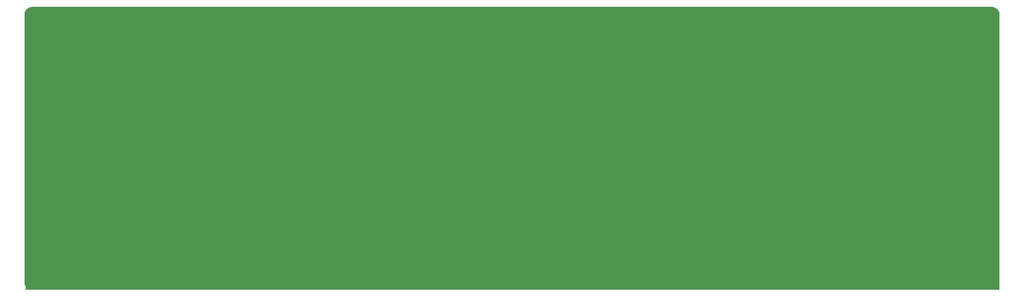
<source format=gbr>
G04 EAGLE Gerber RS-274X export*
G75*
%MOMM*%
%FSLAX34Y34*%
%LPD*%
%INBottom Copper*%
%IPPOS*%
%AMOC8*
5,1,8,0,0,1.08239X$1,22.5*%
G01*
%ADD10R,1.524000X4.064000*%
%ADD11R,4.064000X1.524000*%
%ADD12C,0.756400*%

G36*
X1577246Y530865D02*
X1577246Y530865D01*
X1577352Y530863D01*
X1577749Y530885D01*
X1578147Y530901D01*
X1578252Y530913D01*
X1578358Y530919D01*
X1578753Y530973D01*
X1579148Y531020D01*
X1579252Y531041D01*
X1579357Y531056D01*
X1579745Y531141D01*
X1580136Y531219D01*
X1580238Y531248D01*
X1580341Y531271D01*
X1580721Y531386D01*
X1581105Y531495D01*
X1581204Y531533D01*
X1581306Y531563D01*
X1581676Y531709D01*
X1582049Y531848D01*
X1582145Y531893D01*
X1582244Y531931D01*
X1582602Y532106D01*
X1582962Y532274D01*
X1583054Y532326D01*
X1583150Y532373D01*
X1583493Y532575D01*
X1583839Y532771D01*
X1583926Y532831D01*
X1584018Y532884D01*
X1584344Y533113D01*
X1584673Y533336D01*
X1584756Y533403D01*
X1584843Y533463D01*
X1585148Y533717D01*
X1585460Y533966D01*
X1585538Y534039D01*
X1585619Y534106D01*
X1585904Y534383D01*
X1586194Y534656D01*
X1586266Y534734D01*
X1586342Y534808D01*
X1586605Y535107D01*
X1586872Y535402D01*
X1586937Y535485D01*
X1587007Y535565D01*
X1587245Y535885D01*
X1587488Y536199D01*
X1587546Y536288D01*
X1587610Y536373D01*
X1587822Y536710D01*
X1588039Y537043D01*
X1588090Y537136D01*
X1588147Y537226D01*
X1588331Y537578D01*
X1588522Y537927D01*
X1588565Y538024D01*
X1588614Y538118D01*
X1588771Y538485D01*
X1588933Y538848D01*
X1588968Y538947D01*
X1589010Y539045D01*
X1589137Y539423D01*
X1589269Y539797D01*
X1589296Y539900D01*
X1589330Y540001D01*
X1589427Y540388D01*
X1589529Y540771D01*
X1589548Y540875D01*
X1589574Y540978D01*
X1589640Y541372D01*
X1589711Y541762D01*
X1589722Y541868D01*
X1589740Y541972D01*
X1589774Y542369D01*
X1589814Y542765D01*
X1589817Y542871D01*
X1589826Y542977D01*
X1589839Y543560D01*
X1589839Y977140D01*
X1589835Y977246D01*
X1589837Y977352D01*
X1589815Y977749D01*
X1589799Y978147D01*
X1589787Y978252D01*
X1589781Y978358D01*
X1589727Y978753D01*
X1589680Y979148D01*
X1589659Y979252D01*
X1589644Y979357D01*
X1589559Y979745D01*
X1589481Y980136D01*
X1589452Y980238D01*
X1589429Y980341D01*
X1589314Y980721D01*
X1589205Y981105D01*
X1589167Y981204D01*
X1589137Y981306D01*
X1588991Y981676D01*
X1588852Y982049D01*
X1588807Y982145D01*
X1588769Y982244D01*
X1588594Y982602D01*
X1588426Y982962D01*
X1588374Y983054D01*
X1588327Y983150D01*
X1588125Y983493D01*
X1587929Y983839D01*
X1587869Y983926D01*
X1587816Y984018D01*
X1587587Y984344D01*
X1587364Y984673D01*
X1587297Y984756D01*
X1587237Y984843D01*
X1586983Y985148D01*
X1586734Y985460D01*
X1586661Y985538D01*
X1586594Y985619D01*
X1586317Y985904D01*
X1586044Y986194D01*
X1585966Y986266D01*
X1585892Y986342D01*
X1585593Y986605D01*
X1585298Y986872D01*
X1585215Y986937D01*
X1585135Y987007D01*
X1584815Y987245D01*
X1584501Y987488D01*
X1584412Y987546D01*
X1584327Y987610D01*
X1583990Y987822D01*
X1583657Y988039D01*
X1583564Y988090D01*
X1583474Y988147D01*
X1583122Y988331D01*
X1582773Y988522D01*
X1582676Y988565D01*
X1582582Y988614D01*
X1582215Y988771D01*
X1581852Y988933D01*
X1581753Y988968D01*
X1581655Y989010D01*
X1581277Y989137D01*
X1580903Y989269D01*
X1580800Y989296D01*
X1580699Y989330D01*
X1580312Y989427D01*
X1579929Y989529D01*
X1579825Y989548D01*
X1579722Y989574D01*
X1579328Y989640D01*
X1578938Y989711D01*
X1578832Y989722D01*
X1578728Y989740D01*
X1578331Y989774D01*
X1577935Y989814D01*
X1577829Y989817D01*
X1577723Y989826D01*
X1577140Y989839D01*
X22860Y989839D01*
X22754Y989835D01*
X22648Y989837D01*
X22251Y989815D01*
X21853Y989799D01*
X21748Y989787D01*
X21642Y989781D01*
X21247Y989727D01*
X20852Y989680D01*
X20748Y989659D01*
X20643Y989644D01*
X20255Y989559D01*
X19864Y989481D01*
X19762Y989452D01*
X19659Y989429D01*
X19279Y989314D01*
X18895Y989205D01*
X18796Y989167D01*
X18694Y989137D01*
X18324Y988991D01*
X17951Y988852D01*
X17855Y988807D01*
X17756Y988769D01*
X17398Y988594D01*
X17038Y988426D01*
X16946Y988374D01*
X16850Y988327D01*
X16507Y988125D01*
X16161Y987929D01*
X16074Y987869D01*
X15982Y987816D01*
X15656Y987587D01*
X15327Y987364D01*
X15244Y987297D01*
X15157Y987237D01*
X14852Y986983D01*
X14540Y986734D01*
X14462Y986661D01*
X14381Y986594D01*
X14096Y986317D01*
X13806Y986044D01*
X13734Y985966D01*
X13658Y985892D01*
X13395Y985593D01*
X13128Y985298D01*
X13063Y985215D01*
X12993Y985135D01*
X12755Y984815D01*
X12512Y984501D01*
X12454Y984412D01*
X12390Y984327D01*
X12178Y983990D01*
X11961Y983657D01*
X11910Y983564D01*
X11853Y983474D01*
X11669Y983122D01*
X11478Y982773D01*
X11435Y982676D01*
X11386Y982582D01*
X11229Y982215D01*
X11067Y981852D01*
X11032Y981753D01*
X10990Y981655D01*
X10863Y981277D01*
X10731Y980903D01*
X10704Y980800D01*
X10670Y980699D01*
X10573Y980312D01*
X10471Y979929D01*
X10452Y979825D01*
X10426Y979722D01*
X10360Y979328D01*
X10289Y978938D01*
X10278Y978832D01*
X10260Y978728D01*
X10226Y978331D01*
X10186Y977935D01*
X10183Y977829D01*
X10174Y977723D01*
X10161Y977140D01*
X10161Y543560D01*
X10165Y543454D01*
X10163Y543348D01*
X10185Y542951D01*
X10201Y542553D01*
X10213Y542448D01*
X10219Y542342D01*
X10273Y541947D01*
X10320Y541552D01*
X10341Y541448D01*
X10356Y541343D01*
X10441Y540955D01*
X10519Y540564D01*
X10548Y540462D01*
X10571Y540359D01*
X10686Y539979D01*
X10795Y539595D01*
X10833Y539496D01*
X10863Y539394D01*
X11009Y539024D01*
X11148Y538651D01*
X11193Y538555D01*
X11231Y538456D01*
X11406Y538098D01*
X11574Y537738D01*
X11626Y537646D01*
X11673Y537550D01*
X11875Y537207D01*
X12071Y536861D01*
X12131Y536774D01*
X12184Y536682D01*
X12413Y536356D01*
X12636Y536027D01*
X12703Y535944D01*
X12763Y535857D01*
X13017Y535552D01*
X13266Y535240D01*
X13339Y535162D01*
X13406Y535081D01*
X13683Y534796D01*
X13956Y534506D01*
X14034Y534434D01*
X14108Y534358D01*
X14407Y534095D01*
X14702Y533828D01*
X14785Y533763D01*
X14865Y533693D01*
X15185Y533455D01*
X15499Y533212D01*
X15588Y533154D01*
X15673Y533090D01*
X16010Y532878D01*
X16343Y532661D01*
X16436Y532610D01*
X16526Y532553D01*
X16878Y532369D01*
X17227Y532178D01*
X17324Y532135D01*
X17418Y532086D01*
X17785Y531929D01*
X18148Y531767D01*
X18247Y531732D01*
X18345Y531690D01*
X18723Y531563D01*
X19097Y531431D01*
X19200Y531404D01*
X19301Y531370D01*
X19688Y531273D01*
X20071Y531171D01*
X20175Y531152D01*
X20278Y531126D01*
X20672Y531060D01*
X21062Y530989D01*
X21168Y530978D01*
X21272Y530960D01*
X21669Y530926D01*
X22065Y530886D01*
X22171Y530883D01*
X22277Y530874D01*
X22860Y530861D01*
X1577140Y530861D01*
X1577246Y530865D01*
G37*
D10*
X100300Y966680D03*
X49500Y966680D03*
X211300Y966580D03*
X160500Y966580D03*
D11*
X33520Y917300D03*
X33520Y866500D03*
D10*
X321400Y965680D03*
X270600Y965680D03*
D11*
X32420Y810400D03*
X32420Y759600D03*
D10*
X432900Y965480D03*
X382100Y965480D03*
X544000Y965680D03*
X493200Y965680D03*
D11*
X32420Y702000D03*
X32420Y651200D03*
X32520Y589500D03*
X32520Y538700D03*
X1568980Y538660D03*
X1568980Y589460D03*
D10*
X1112340Y968120D03*
X1061540Y968120D03*
X1224340Y968260D03*
X1173540Y968260D03*
D11*
X1568980Y646600D03*
X1568980Y697400D03*
D10*
X1335400Y968120D03*
X1284600Y968120D03*
D11*
X1569260Y865600D03*
X1569260Y916400D03*
D10*
X1446460Y967980D03*
X1395660Y967980D03*
X1556460Y968120D03*
X1505660Y968120D03*
D11*
X1569260Y757540D03*
X1569260Y808340D03*
D12*
X703985Y860640D03*
X714716Y860585D03*
X725673Y860554D03*
X737006Y860679D03*
X746930Y860654D03*
X757022Y859338D03*
X766079Y853506D03*
X771760Y842424D03*
X772029Y830761D03*
X772012Y819593D03*
X770602Y808027D03*
X762900Y797900D03*
X751700Y806458D03*
X693491Y860513D03*
X682630Y860621D03*
X671633Y860650D03*
X660110Y860698D03*
X648527Y860706D03*
X637539Y860717D03*
X626351Y860632D03*
X615215Y860538D03*
X603921Y860534D03*
X593179Y860468D03*
X581403Y860223D03*
X569909Y860717D03*
X520600Y865400D03*
X511900Y876700D03*
X509000Y889600D03*
X508900Y901800D03*
X509100Y915500D03*
X508800Y927000D03*
X508500Y937700D03*
X526400Y937300D03*
X526900Y926600D03*
X528100Y915800D03*
X527600Y902700D03*
X528400Y891100D03*
X534700Y880800D03*
X545500Y876400D03*
X558700Y874400D03*
X572300Y873500D03*
X557604Y860428D03*
X545628Y860377D03*
X533237Y860425D03*
X757304Y815304D03*
X758154Y825198D03*
X758276Y835332D03*
X753603Y844680D03*
X743651Y847479D03*
X733387Y847580D03*
X723384Y847349D03*
X713311Y847326D03*
X703042Y847496D03*
X692678Y847377D03*
X682752Y847301D03*
X672716Y847275D03*
X660974Y847326D03*
X649242Y847377D03*
X637106Y847377D03*
X626196Y847656D03*
X615432Y847651D03*
X604357Y847560D03*
X593212Y847628D03*
X581734Y847428D03*
X740639Y813356D03*
X744644Y821731D03*
X743189Y831492D03*
X733557Y834034D03*
X723453Y833895D03*
X713113Y833968D03*
X703189Y834088D03*
X704390Y766633D03*
X704454Y728985D03*
X704390Y703758D03*
X737583Y726879D03*
X750265Y726455D03*
X763087Y726166D03*
X784563Y825581D03*
X797184Y825370D03*
X829005Y859028D03*
X809589Y824931D03*
X835391Y846541D03*
X822089Y824550D03*
X841845Y834093D03*
X880910Y821494D03*
X890623Y779379D03*
X891291Y766813D03*
X891372Y754344D03*
X891621Y741876D03*
X891515Y729366D03*
X891484Y716852D03*
X891614Y704210D03*
X848164Y737756D03*
X891611Y691355D03*
X835696Y737591D03*
X822858Y736864D03*
X570710Y847349D03*
X559544Y847288D03*
X548378Y847349D03*
X537032Y847044D03*
X526108Y846983D03*
X514761Y846925D03*
X503779Y847166D03*
X492854Y846983D03*
X480901Y847105D03*
X470040Y847105D03*
X459054Y847105D03*
X436857Y847275D03*
X426281Y847296D03*
X415795Y847225D03*
X405237Y847369D03*
X394678Y847225D03*
X383901Y847443D03*
X373035Y847019D03*
X362113Y846846D03*
X350665Y846846D03*
X339306Y847456D03*
X326984Y847982D03*
X316324Y850166D03*
X307937Y857245D03*
X305227Y868520D03*
X304439Y879119D03*
X304589Y900875D03*
X304589Y889846D03*
X714289Y821454D03*
X726156Y819031D03*
X632823Y753999D03*
X622864Y753991D03*
X612828Y753966D03*
X601086Y753999D03*
X590337Y753928D03*
X577855Y753915D03*
X566641Y753943D03*
X555788Y753915D03*
X544652Y753956D03*
X533016Y753979D03*
X521782Y753958D03*
X510738Y753956D03*
X499656Y753979D03*
X488539Y753969D03*
X477451Y753994D03*
X466535Y753991D03*
X455788Y753930D03*
X443868Y753905D03*
X433111Y753935D03*
X421036Y753918D03*
X409811Y753966D03*
X398775Y753991D03*
X376969Y753966D03*
X366392Y753986D03*
X355907Y753915D03*
X345455Y753781D03*
X334790Y753915D03*
X663191Y753963D03*
X653174Y753941D03*
X643232Y753991D03*
X694009Y753953D03*
X683722Y753925D03*
X673161Y753948D03*
X632902Y766618D03*
X622976Y766542D03*
X612940Y766516D03*
X601198Y766567D03*
X590448Y766478D03*
X577997Y766435D03*
X566651Y766615D03*
X555876Y766663D03*
X544764Y766557D03*
X533253Y766608D03*
X522018Y766425D03*
X510934Y766590D03*
X499768Y766529D03*
X488602Y766590D03*
X477538Y766567D03*
X466646Y766542D03*
X455900Y766481D03*
X444002Y766407D03*
X433222Y766486D03*
X421051Y766638D03*
X410312Y766564D03*
X399644Y766542D03*
X377081Y766516D03*
X366504Y766536D03*
X356019Y766465D03*
X345669Y766453D03*
X334902Y766465D03*
X388610Y766567D03*
X388148Y753958D03*
X694327Y766501D03*
X683806Y766445D03*
X673887Y766557D03*
X663745Y766572D03*
X653285Y766440D03*
X643362Y766559D03*
X692729Y834078D03*
X682803Y834070D03*
X672767Y834045D03*
X661025Y834095D03*
X650276Y834006D03*
X637825Y833963D03*
X626405Y833874D03*
X615726Y833877D03*
X604591Y834085D03*
X592897Y833851D03*
X581845Y833953D03*
X570761Y833984D03*
X559595Y834057D03*
X548465Y834060D03*
X537365Y834095D03*
X526473Y834070D03*
X515727Y834009D03*
X503829Y833935D03*
X493050Y834014D03*
X480952Y833874D03*
X470091Y833874D03*
X459105Y833874D03*
X436908Y834045D03*
X426331Y834065D03*
X415846Y833994D03*
X405394Y833859D03*
X394729Y833994D03*
X383952Y834001D03*
X372852Y834083D03*
X362367Y834085D03*
X350784Y834001D03*
X339636Y833910D03*
X662201Y821444D03*
X652275Y821385D03*
X642239Y821360D03*
X630497Y821411D03*
X619747Y821322D03*
X607647Y821454D03*
X595539Y821400D03*
X584944Y821446D03*
X574063Y821400D03*
X562453Y821378D03*
X551404Y821395D03*
X540233Y821433D03*
X529067Y821373D03*
X517901Y821433D03*
X506837Y821411D03*
X495945Y821385D03*
X485198Y821324D03*
X473862Y821398D03*
X462521Y821329D03*
X450629Y821451D03*
X439445Y821393D03*
X428275Y821433D03*
X406380Y821360D03*
X395803Y821380D03*
X385318Y821309D03*
X374762Y821421D03*
X364200Y821309D03*
X353423Y821317D03*
X342323Y821398D03*
X331838Y821400D03*
X320256Y821317D03*
X309108Y821312D03*
X417909Y821411D03*
X448437Y834095D03*
X692983Y821444D03*
X683024Y821431D03*
X672661Y821403D03*
X703552Y821383D03*
X448386Y847326D03*
X632877Y741449D03*
X622917Y741474D03*
X612882Y741449D03*
X601165Y741469D03*
X590403Y741459D03*
X577850Y741451D03*
X566694Y741426D03*
X555841Y741469D03*
X544675Y741462D03*
X533070Y741462D03*
X521835Y741441D03*
X510791Y741439D03*
X499709Y741462D03*
X488592Y741451D03*
X477505Y741462D03*
X466588Y741474D03*
X456019Y741421D03*
X444045Y741472D03*
X433164Y741459D03*
X421132Y741441D03*
X409865Y741449D03*
X398828Y741474D03*
X377022Y741449D03*
X366446Y741469D03*
X663245Y741446D03*
X653250Y741424D03*
X643473Y741424D03*
X694063Y741436D03*
X683776Y741429D03*
X673214Y741431D03*
X388201Y741441D03*
X633164Y703702D03*
X623265Y703715D03*
X613108Y703689D03*
X601426Y703679D03*
X590758Y703671D03*
X578137Y703666D03*
X567022Y703689D03*
X556128Y703666D03*
X544993Y703669D03*
X533357Y703725D03*
X522166Y703704D03*
X511078Y703705D03*
X499996Y703725D03*
X488879Y703666D03*
X477756Y703692D03*
X466804Y703725D03*
X456331Y703674D03*
X663428Y703699D03*
X653572Y703710D03*
X643590Y703671D03*
X694383Y703687D03*
X684098Y703677D03*
X673677Y703715D03*
X499948Y690778D03*
X488831Y690720D03*
X632884Y716483D03*
X622986Y716496D03*
X612828Y716471D03*
X601147Y716460D03*
X590479Y716453D03*
X577858Y716448D03*
X566743Y716471D03*
X555848Y716448D03*
X544713Y716450D03*
X533077Y716506D03*
X521886Y716486D03*
X510799Y716486D03*
X499717Y716506D03*
X488599Y716448D03*
X477477Y716473D03*
X466524Y716506D03*
X456052Y716455D03*
X444089Y716465D03*
X433276Y716491D03*
X663148Y716481D03*
X653293Y716491D03*
X643311Y716453D03*
X694103Y716468D03*
X683819Y716458D03*
X673397Y716496D03*
X326664Y833895D03*
X315450Y834258D03*
X303726Y838484D03*
X293825Y846277D03*
X288435Y856546D03*
X287269Y867982D03*
X286964Y879533D03*
X286591Y891370D03*
X285961Y903326D03*
X286172Y916859D03*
X286276Y928187D03*
X283444Y938571D03*
X305676Y912556D03*
X305361Y923676D03*
X306200Y935739D03*
X319380Y934865D03*
X332468Y936755D03*
X337627Y945817D03*
X338005Y956767D03*
X337627Y968347D03*
X338005Y978418D03*
X270965Y936996D03*
X259850Y938467D03*
X254818Y949269D03*
X255130Y960072D03*
X254818Y971507D03*
X254818Y981994D03*
X404825Y858586D03*
X399539Y868279D03*
X397276Y879607D03*
X396898Y891565D03*
X396519Y902894D03*
X396143Y914725D03*
X396268Y926810D03*
X395641Y937130D03*
X385196Y937509D03*
X373113Y937887D03*
X365816Y946193D03*
X365940Y957524D03*
X365313Y968726D03*
X364683Y979173D03*
X416530Y934362D03*
X416781Y922909D03*
X417535Y911705D03*
X417662Y900377D03*
X417411Y888670D03*
X420180Y875706D03*
X427098Y865510D03*
X439306Y864250D03*
X454406Y863999D03*
X471521Y864502D03*
X484104Y864377D03*
X497695Y864629D03*
X509148Y863496D03*
X427728Y936503D03*
X438300Y937384D03*
X448617Y939650D03*
X448996Y949594D03*
X448241Y962180D03*
X447736Y976279D03*
X496829Y936831D03*
X484899Y937588D03*
X477952Y946501D03*
X477197Y958286D03*
X476743Y969162D03*
X476593Y979437D03*
X558742Y979284D03*
X559044Y967804D03*
X559648Y956473D03*
X559499Y945896D03*
X551856Y936211D03*
X538216Y936318D03*
X282814Y836300D03*
X271175Y836092D03*
X260060Y835462D03*
X248735Y835673D03*
X238039Y835881D03*
X227343Y836407D03*
X214864Y836407D03*
X204272Y840600D03*
X197457Y850461D03*
X195044Y861370D03*
X195359Y873328D03*
X195463Y885810D03*
X195885Y899025D03*
X195778Y910460D03*
X195674Y921786D03*
X196304Y932172D03*
X206055Y938990D03*
X219687Y938779D03*
X229126Y944339D03*
X228707Y956612D03*
X227769Y968223D03*
X228021Y978291D03*
X145550Y979058D03*
X144920Y967834D03*
X144920Y956927D03*
X144816Y945703D03*
X152156Y937941D03*
X163901Y935634D03*
X176484Y932066D03*
X176484Y920529D03*
X176164Y909251D03*
X175989Y898324D03*
X175900Y886612D03*
X176774Y875076D03*
X176251Y861703D03*
X177038Y851129D03*
X179789Y838921D03*
X185250Y830544D03*
X194498Y824426D03*
X208232Y821411D03*
X220116Y821324D03*
X232438Y821411D03*
X244320Y821411D03*
X256903Y821411D03*
X270187Y821411D03*
X282595Y821411D03*
X295615Y821411D03*
X173660Y824098D03*
X163340Y828375D03*
X153650Y834166D03*
X145344Y841091D03*
X138046Y850278D03*
X132131Y860852D03*
X127351Y870041D03*
X123071Y880110D03*
X118542Y889930D03*
X113566Y899340D03*
X108953Y909411D03*
X104757Y919480D03*
X100249Y929444D03*
X95844Y939201D03*
X106025Y939361D03*
X115636Y944458D03*
X114981Y954730D03*
X115273Y966092D03*
X115519Y977075D03*
X79256Y933112D03*
X69820Y937570D03*
X59332Y937481D03*
X48026Y936262D03*
X37226Y938990D03*
X33660Y948746D03*
X33345Y959338D03*
X33241Y969617D03*
X33033Y980003D03*
X19835Y931365D03*
X30058Y931451D03*
X60381Y924984D03*
X60731Y915980D03*
X60818Y903920D03*
X63790Y891507D03*
X71412Y882663D03*
X79695Y874481D03*
X88715Y866196D03*
X96055Y855706D03*
X103815Y845426D03*
X109985Y836432D03*
X115395Y827369D03*
X122441Y818810D03*
X133515Y814405D03*
X144841Y812894D03*
X156040Y812767D03*
X137790Y824657D03*
X128877Y833468D03*
X122060Y843013D03*
X115453Y852978D03*
X111155Y863257D03*
X104750Y874316D03*
X100401Y883745D03*
X94963Y893534D03*
X90978Y904232D03*
X86810Y914204D03*
X83188Y923846D03*
X734245Y781281D03*
X734093Y768386D03*
X748505Y780623D03*
X748101Y767070D03*
X761098Y781685D03*
X772224Y787047D03*
X781477Y794784D03*
X784428Y808629D03*
X784763Y843839D03*
X784766Y857349D03*
X816651Y858091D03*
X806699Y853902D03*
X799236Y842736D03*
X814103Y838670D03*
X823143Y845467D03*
X829879Y832782D03*
X806214Y798251D03*
X798507Y810451D03*
X811007Y814151D03*
X749808Y714248D03*
X746760Y704088D03*
X738124Y695960D03*
X763016Y714248D03*
X762000Y701548D03*
X756920Y690880D03*
X762000Y737870D03*
X755396Y749554D03*
X735330Y715010D03*
X726948Y705866D03*
X715518Y703580D03*
X718820Y718058D03*
X163830Y791718D03*
X151892Y787400D03*
X140716Y780034D03*
X130556Y770890D03*
X121920Y760222D03*
X115316Y749808D03*
X107950Y740664D03*
X100330Y729234D03*
X90170Y719582D03*
X79756Y710946D03*
X66802Y704342D03*
X57912Y713232D03*
X47498Y716788D03*
X36068Y716534D03*
X24892Y716534D03*
X19304Y635000D03*
X30480Y635000D03*
X42164Y635508D03*
X53594Y636016D03*
X62230Y643382D03*
X63246Y654558D03*
X64008Y667004D03*
X67564Y678180D03*
X79756Y684530D03*
X89408Y693420D03*
X99568Y701294D03*
X110744Y709676D03*
X120650Y718312D03*
X125730Y728218D03*
X131064Y738632D03*
X138176Y749300D03*
X144272Y758952D03*
X153162Y767588D03*
X162814Y775208D03*
X175514Y781050D03*
X156718Y755904D03*
X152146Y744982D03*
X148336Y733298D03*
X144018Y721868D03*
X139192Y709930D03*
X134620Y698500D03*
X129286Y686562D03*
X124206Y674116D03*
X118618Y662686D03*
X111252Y652272D03*
X105664Y641350D03*
X98552Y631444D03*
X90932Y620776D03*
X270764Y774446D03*
X256413Y773303D03*
X246507Y773684D03*
X235204Y774573D03*
X224028Y774827D03*
X212852Y774446D03*
X201676Y774192D03*
X191770Y768858D03*
X182626Y762254D03*
X174752Y753364D03*
X170434Y742188D03*
X166624Y730504D03*
X161544Y718566D03*
X158750Y708406D03*
X153924Y696468D03*
X148844Y682498D03*
X143764Y671322D03*
X138430Y659384D03*
X134366Y649986D03*
X128016Y638556D03*
X121158Y627634D03*
X113538Y617220D03*
X106172Y607568D03*
X98044Y598678D03*
X91948Y589026D03*
X82296Y579120D03*
X72644Y570230D03*
X64262Y562356D03*
X61976Y549910D03*
X61976Y538226D03*
X81534Y614680D03*
X72898Y607822D03*
X63500Y601726D03*
X60452Y589026D03*
X51816Y605282D03*
X37846Y605282D03*
X18796Y604266D03*
X773684Y684022D03*
X776224Y694690D03*
X777494Y705866D03*
X777748Y717804D03*
X777748Y728726D03*
X777748Y740664D03*
X775208Y752094D03*
X764032Y763016D03*
X814832Y681990D03*
X810514Y692150D03*
X806958Y703580D03*
X806958Y715010D03*
X806450Y726440D03*
X807466Y738378D03*
X808736Y749554D03*
X813562Y759968D03*
X821436Y766826D03*
X831088Y773176D03*
X821182Y779780D03*
X808482Y781558D03*
X794258Y788670D03*
X851154Y781050D03*
X840232Y781558D03*
X840740Y770890D03*
X850646Y770890D03*
X323850Y766572D03*
X313182Y766064D03*
X302006Y765556D03*
X291338Y764032D03*
X280924Y757682D03*
X277622Y745998D03*
X275590Y734314D03*
X275336Y720852D03*
X275082Y708914D03*
X275590Y697484D03*
X275844Y685800D03*
X275590Y674878D03*
X275336Y662432D03*
X275844Y651256D03*
X275336Y638810D03*
X284734Y633476D03*
X292100Y641350D03*
X292100Y653034D03*
X291338Y665480D03*
X291592Y677672D03*
X291338Y690626D03*
X291084Y701548D03*
X290576Y712216D03*
X289814Y724662D03*
X291592Y735076D03*
X293624Y745998D03*
X298450Y755142D03*
X323850Y751586D03*
X313944Y746760D03*
X307848Y737108D03*
X306832Y725424D03*
X307086Y714248D03*
X307340Y703072D03*
X306832Y692150D03*
X307340Y680974D03*
X307340Y670052D03*
X307340Y658622D03*
X307086Y647446D03*
X306578Y636270D03*
X315976Y631952D03*
X323088Y640080D03*
X322834Y651256D03*
X323850Y662686D03*
X323596Y673608D03*
X323088Y685546D03*
X322580Y696468D03*
X322580Y707898D03*
X322834Y718820D03*
X323596Y729488D03*
X328168Y740664D03*
X354838Y739902D03*
X345440Y735838D03*
X339852Y726440D03*
X338582Y715010D03*
X338328Y704342D03*
X338582Y693928D03*
X338328Y682498D03*
X338074Y671830D03*
X338328Y661162D03*
X338074Y650494D03*
X338074Y639572D03*
X345948Y630936D03*
X354838Y638810D03*
X354584Y650240D03*
X354330Y661162D03*
X354330Y672338D03*
X354584Y684022D03*
X354330Y694944D03*
X353568Y706374D03*
X352806Y718058D03*
X358140Y729488D03*
X387350Y726186D03*
X377698Y721614D03*
X372110Y711962D03*
X372110Y701294D03*
X371094Y690372D03*
X371348Y679704D03*
X371348Y669036D03*
X371348Y658622D03*
X370840Y648208D03*
X371094Y637032D03*
X378206Y629666D03*
X385572Y637540D03*
X385826Y648970D03*
X385826Y660400D03*
X385826Y671830D03*
X385826Y683514D03*
X386080Y693928D03*
X386842Y704850D03*
X390906Y716026D03*
X422910Y713994D03*
X412750Y711708D03*
X405130Y703834D03*
X402590Y693166D03*
X401828Y680974D03*
X402590Y670306D03*
X402336Y659892D03*
X402590Y649224D03*
X402082Y637794D03*
X409448Y630428D03*
X417830Y638810D03*
X417576Y649478D03*
X417576Y660400D03*
X417576Y670560D03*
X417830Y682244D03*
X417576Y693674D03*
X422656Y703580D03*
X445770Y700532D03*
X437642Y694182D03*
X433070Y683514D03*
X433832Y671576D03*
X433324Y660654D03*
X433578Y649224D03*
X433578Y637032D03*
X441960Y630428D03*
X450088Y637540D03*
X450088Y648716D03*
X449326Y660146D03*
X448818Y671576D03*
X449834Y682498D03*
X455930Y692658D03*
X477774Y688340D03*
X469646Y681228D03*
X465074Y670306D03*
X464566Y659384D03*
X464820Y648462D03*
X464820Y637794D03*
X472948Y631190D03*
X481076Y637794D03*
X481076Y649478D03*
X481330Y660400D03*
X483108Y670814D03*
X488696Y680212D03*
X525526Y677926D03*
X514858Y677164D03*
X503936Y673608D03*
X498094Y665226D03*
X496062Y654558D03*
X496316Y644144D03*
X496570Y633476D03*
X506476Y631444D03*
X514350Y639572D03*
X513588Y651256D03*
X513842Y664972D03*
X573278Y670814D03*
X561086Y670306D03*
X549148Y670052D03*
X538734Y666242D03*
X532130Y657860D03*
X529844Y647446D03*
X529336Y635762D03*
X539242Y628396D03*
X540258Y617220D03*
X541274Y606044D03*
X541020Y595376D03*
X541020Y583184D03*
X539496Y571246D03*
X528066Y570738D03*
X516890Y570738D03*
X504698Y570484D03*
X490220Y570484D03*
X480060Y570230D03*
X466344Y570484D03*
X453898Y570484D03*
X440182Y570738D03*
X427228Y570738D03*
X415798Y568960D03*
X403606Y568706D03*
X387858Y568452D03*
X377190Y567436D03*
X366776Y567436D03*
X353060Y567944D03*
X341122Y567944D03*
X325882Y567944D03*
X312166Y567690D03*
X299212Y567690D03*
X286512Y567944D03*
X273812Y567944D03*
X262636Y568198D03*
X251206Y572008D03*
X248412Y583184D03*
X247904Y596392D03*
X248666Y609092D03*
X248412Y626110D03*
X253492Y637286D03*
X257556Y648462D03*
X258318Y660146D03*
X258572Y673354D03*
X258064Y686054D03*
X257810Y698246D03*
X257048Y710184D03*
X257302Y722630D03*
X258572Y734314D03*
X257556Y745490D03*
X258572Y757428D03*
X265176Y766826D03*
X110414Y805790D03*
X101498Y814070D03*
X95072Y823163D03*
X90094Y832942D03*
X84328Y842391D03*
X76454Y850951D03*
X69291Y859003D03*
X61163Y867461D03*
X19583Y851814D03*
X31445Y852094D03*
X42291Y851738D03*
X57937Y852449D03*
X17831Y824992D03*
X29972Y824916D03*
X40107Y824027D03*
X53391Y823341D03*
X61417Y815289D03*
X60300Y802970D03*
X71831Y803326D03*
X82931Y804545D03*
X93599Y805688D03*
X138582Y791337D03*
X127584Y790905D03*
X117272Y789686D03*
X106705Y788187D03*
X96114Y787248D03*
X85725Y786359D03*
X75946Y784784D03*
X66497Y782777D03*
X59411Y775081D03*
X60706Y764337D03*
X60503Y752170D03*
X53696Y743356D03*
X43409Y743687D03*
X32918Y743585D03*
X20345Y744423D03*
X632579Y729005D03*
X622681Y729018D03*
X612524Y728993D03*
X600842Y728983D03*
X590174Y728975D03*
X577553Y728970D03*
X566438Y728993D03*
X555544Y728970D03*
X544408Y728972D03*
X532773Y729028D03*
X521581Y729008D03*
X510494Y729008D03*
X499412Y729028D03*
X488295Y728970D03*
X477172Y728995D03*
X466220Y729028D03*
X455747Y728978D03*
X443784Y728988D03*
X432971Y729013D03*
X420870Y728995D03*
X409567Y728932D03*
X398531Y728957D03*
X662843Y729003D03*
X652988Y729013D03*
X643006Y728975D03*
X693798Y728990D03*
X683514Y728980D03*
X673092Y729018D03*
X1011898Y859049D03*
X1022528Y859045D03*
X1033485Y859015D03*
X1044715Y859037D03*
X1054792Y859013D03*
X1001454Y858974D03*
X990340Y859031D03*
X979394Y859009D03*
X967871Y858980D03*
X956312Y858988D03*
X945249Y859051D03*
X934137Y858991D03*
X922976Y859023D03*
X911656Y858969D03*
X900957Y858997D03*
X889290Y859014D03*
X877263Y858999D03*
X865364Y859040D03*
X853388Y858990D03*
X840998Y859038D03*
X1164628Y846564D03*
X1154524Y846562D03*
X1144273Y846564D03*
X1134003Y846557D03*
X1123818Y846564D03*
X1113714Y846564D03*
X1103678Y846539D03*
X1092037Y846539D03*
X1080204Y846564D03*
X1068194Y846539D03*
X1057321Y846554D03*
X1046495Y846559D03*
X1035573Y846569D03*
X1024225Y846562D03*
X1012822Y846564D03*
X1001672Y846562D03*
X990506Y846552D03*
X979340Y846562D03*
X968197Y846562D03*
X957222Y846551D03*
X945901Y846569D03*
X934791Y846531D03*
X923790Y846551D03*
X912040Y846546D03*
X901103Y846546D03*
X890169Y846549D03*
X867819Y846539D03*
X857242Y846559D03*
X846757Y846539D03*
X879246Y846539D03*
X704378Y716486D03*
X1398133Y821555D03*
X1346045Y821563D03*
X1336119Y821487D03*
X1326083Y821461D03*
X1314341Y821512D03*
X1303625Y821456D03*
X1291491Y821555D03*
X1279383Y821502D03*
X1268788Y821548D03*
X1257907Y821502D03*
X1246297Y821479D03*
X1235248Y821497D03*
X1224077Y821535D03*
X1212911Y821474D03*
X1201745Y821535D03*
X1190681Y821512D03*
X1179789Y821487D03*
X1169043Y821459D03*
X1157707Y821499D03*
X1146825Y821550D03*
X1134473Y821553D03*
X1123290Y821494D03*
X1112119Y821535D03*
X1090224Y821461D03*
X1079647Y821482D03*
X1069162Y821436D03*
X1058606Y821522D03*
X1048121Y821487D03*
X1037318Y821444D03*
X1026168Y821499D03*
X1015683Y821502D03*
X1004151Y821520D03*
X992901Y821530D03*
X1101753Y821512D03*
X1376827Y821545D03*
X1366868Y821533D03*
X1356505Y821505D03*
X1387396Y821484D03*
X892076Y821512D03*
X903943Y821461D03*
X916282Y821512D03*
X928164Y821512D03*
X940747Y821512D03*
X954032Y821512D03*
X966440Y821512D03*
X979460Y821512D03*
X1271431Y834051D03*
X1261403Y834013D03*
X1251012Y834138D03*
X1241063Y834003D03*
X1230603Y834061D03*
X1220677Y834036D03*
X1210641Y834061D03*
X1198899Y834011D03*
X1188073Y834023D03*
X1175673Y834031D03*
X1164253Y834044D03*
X1153600Y834046D03*
X1142465Y834000D03*
X1130796Y834046D03*
X1119745Y834021D03*
X1108635Y834033D03*
X1097317Y834089D03*
X1086303Y834033D03*
X1075239Y834011D03*
X1064322Y834010D03*
X1053550Y834026D03*
X1041678Y834028D03*
X1030949Y834005D03*
X1018978Y833993D03*
X1007964Y833993D03*
X996954Y833993D03*
X974858Y834061D03*
X964205Y834031D03*
X953771Y834061D03*
X943268Y834028D03*
X932603Y834011D03*
X921825Y834018D03*
X910726Y833998D03*
X900241Y834000D03*
X888633Y833993D03*
X877155Y834104D03*
X986311Y834011D03*
X864615Y834115D03*
X853248Y834071D03*
X1282570Y766658D03*
X1211031Y766846D03*
X1201029Y766821D03*
X1190993Y766796D03*
X1179378Y766796D03*
X1168502Y766834D03*
X1156051Y766790D03*
X1144704Y766793D03*
X1133930Y766765D03*
X1122817Y766785D03*
X1111407Y766785D03*
X1100071Y766780D03*
X1089038Y766793D03*
X1077796Y766808D03*
X1066655Y766844D03*
X1055693Y766846D03*
X1044674Y766821D03*
X1033953Y766836D03*
X1022055Y766762D03*
X1011276Y766841D03*
X999129Y766816D03*
X988365Y766844D03*
X977748Y766846D03*
X955134Y766821D03*
X944557Y766816D03*
X934072Y766821D03*
X923722Y766808D03*
X912955Y766821D03*
X966663Y766846D03*
X1272380Y766856D03*
X1261859Y766801D03*
X1252017Y766785D03*
X1241849Y766801D03*
X1231339Y766796D03*
X1221466Y766813D03*
X901624Y766826D03*
X1325865Y779257D03*
X1315403Y779234D03*
X1305291Y779358D03*
X1295100Y779358D03*
X1254242Y779292D03*
X1244316Y779267D03*
X1234280Y779394D03*
X1222538Y779394D03*
X1211788Y779356D03*
X1199337Y779313D03*
X1188019Y779275D03*
X1177239Y779277D03*
X1166104Y779402D03*
X1154206Y779379D03*
X1143358Y779302D03*
X1132274Y779366D03*
X1121108Y779407D03*
X1109957Y779399D03*
X1098878Y779409D03*
X1088022Y779402D03*
X1077239Y779358D03*
X1065342Y779285D03*
X1054562Y779363D03*
X1042464Y779275D03*
X1031705Y779325D03*
X1020592Y779275D03*
X998421Y779394D03*
X987844Y779414D03*
X977359Y779343D03*
X966907Y779259D03*
X956241Y779343D03*
X945464Y779351D03*
X934364Y779381D03*
X923897Y779384D03*
X912297Y779351D03*
X901149Y779259D03*
X1009950Y779412D03*
X1284889Y779371D03*
X1274625Y779318D03*
X1264930Y779361D03*
X1211285Y754324D03*
X1201257Y754324D03*
X1191222Y754350D03*
X1179606Y754350D03*
X1168730Y754362D03*
X1156279Y754344D03*
X1144933Y754347D03*
X1134133Y754344D03*
X1123046Y754339D03*
X1111636Y754339D03*
X1100300Y754334D03*
X1089266Y754347D03*
X1078024Y754362D03*
X1066935Y754347D03*
X1055921Y754350D03*
X1044903Y754350D03*
X1034181Y754365D03*
X1022360Y754367D03*
X1011479Y754344D03*
X999510Y754339D03*
X988593Y754322D03*
X977976Y754349D03*
X955363Y754324D03*
X944786Y754344D03*
X934326Y754324D03*
X923950Y754362D03*
X913133Y754324D03*
X966815Y754349D03*
X1231567Y754350D03*
X1221694Y754367D03*
X901827Y754329D03*
X1072007Y676859D03*
X1083361Y676148D03*
X1092886Y671347D03*
X1098474Y662076D03*
X1099541Y651586D03*
X1099871Y641274D03*
X1091667Y631571D03*
X1081964Y637515D03*
X1082065Y648614D03*
X1080567Y663296D03*
X1106703Y680517D03*
X1110894Y670382D03*
X1113434Y659892D03*
X1113942Y648792D03*
X1113688Y638480D03*
X1121461Y630606D03*
X1130122Y635508D03*
X1129843Y646354D03*
X1129843Y657784D03*
X1129157Y669239D03*
X1125830Y680517D03*
X1114476Y690220D03*
X1132865Y697941D03*
X1139850Y689381D03*
X1143432Y679475D03*
X1144092Y669163D03*
X1144219Y658292D03*
X1145057Y647319D03*
X1145540Y637184D03*
X1153135Y630072D03*
X1160475Y637845D03*
X1160780Y649199D03*
X1160297Y659816D03*
X1159866Y670560D03*
X1160170Y681965D03*
X1156792Y692734D03*
X1150544Y701777D03*
X1140841Y703809D03*
X1157732Y715467D03*
X1167130Y707314D03*
X1173048Y696824D03*
X1174928Y686181D03*
X1175156Y675411D03*
X1176528Y664108D03*
X1176833Y653771D03*
X1176452Y642925D03*
X1179297Y632714D03*
X1190015Y633298D03*
X1191539Y644373D03*
X1191971Y655091D03*
X1191616Y666725D03*
X1191463Y678459D03*
X1191235Y689534D03*
X1190574Y701396D03*
X1187171Y711378D03*
X1175029Y715315D03*
X1183970Y729005D03*
X1195400Y728142D03*
X1206983Y727558D03*
X1217676Y723697D03*
X1223061Y713943D03*
X1224229Y702564D03*
X1225245Y691947D03*
X1224559Y680085D03*
X1224915Y669163D03*
X1224737Y658851D03*
X1224864Y647675D03*
X1223645Y636219D03*
X1215441Y629844D03*
X1208049Y639064D03*
X1206830Y650291D03*
X1207567Y662737D03*
X1208075Y675361D03*
X1207973Y687680D03*
X1208075Y701497D03*
X1202665Y715035D03*
X1216000Y740766D03*
X1226693Y736371D03*
X1233348Y727685D03*
X1238123Y716610D03*
X1239774Y705409D03*
X1239774Y693572D03*
X1239647Y682244D03*
X1240155Y670535D03*
X1240536Y659079D03*
X1240155Y648640D03*
X1240155Y636422D03*
X1249451Y631393D03*
X1255497Y640207D03*
X1254735Y651408D03*
X1254633Y662229D03*
X1254506Y673557D03*
X1253490Y685140D03*
X1253363Y696468D03*
X1253617Y707796D03*
X1252093Y719379D03*
X1250848Y731571D03*
X1240028Y740131D03*
X1247699Y753974D03*
X1257402Y747700D03*
X1266063Y740512D03*
X1270102Y729183D03*
X1271118Y717220D03*
X1270991Y705409D03*
X1271346Y692937D03*
X1270991Y680593D03*
X1271854Y669265D03*
X1272362Y657555D03*
X1271981Y646862D03*
X1272108Y634644D03*
X1286459Y634898D03*
X1286332Y646100D03*
X1286713Y656819D03*
X1287475Y668757D03*
X1286078Y680212D03*
X1286332Y691312D03*
X1285570Y703377D03*
X1285316Y714705D03*
X1284935Y725653D03*
X1284326Y736981D03*
X1279652Y747446D03*
X1268578Y752856D03*
X1292123Y759765D03*
X1299921Y749452D03*
X1302309Y738251D03*
X1302690Y726415D03*
X1302563Y713715D03*
X1302817Y701370D03*
X1302436Y688416D03*
X1302563Y676707D03*
X1303198Y665505D03*
X1302436Y653796D03*
X1302944Y642849D03*
X1309853Y632257D03*
X1317295Y641198D03*
X1318666Y652272D03*
X1317930Y665759D03*
X1316406Y679348D03*
X1316787Y691413D03*
X1317295Y704266D03*
X1317041Y715975D03*
X1316787Y728294D03*
X1317295Y741655D03*
X1316279Y753491D03*
X1306728Y762660D03*
X1328039Y766801D03*
X1333475Y756107D03*
X1334389Y743052D03*
X1335278Y730707D03*
X1335837Y718922D03*
X1335837Y706958D03*
X1336751Y695350D03*
X1336751Y682295D03*
X1336370Y670331D03*
X1336192Y658368D03*
X1335837Y644957D03*
X1337462Y633527D03*
X1347699Y628777D03*
X1349426Y617245D03*
X1349654Y605485D03*
X1351178Y592658D03*
X1349426Y576123D03*
X1337894Y569163D03*
X1326159Y568731D03*
X1313967Y568071D03*
X1302029Y566979D03*
X1288974Y568071D03*
X1275486Y568731D03*
X1263752Y567207D03*
X1251788Y567411D03*
X1239393Y567868D03*
X1227201Y567868D03*
X1215669Y567868D03*
X1204798Y567207D03*
X1192632Y567639D03*
X1179373Y568300D03*
X1167181Y567411D03*
X1154125Y567411D03*
X1140866Y567207D03*
X1128700Y567868D03*
X1116940Y567868D03*
X1105205Y568071D03*
X1094537Y568503D03*
X1081507Y568300D03*
X1067791Y568731D03*
X1055116Y570967D03*
X1051128Y583311D03*
X1051128Y595808D03*
X1052043Y612673D03*
X1054024Y625196D03*
X1061085Y636778D03*
X1066521Y647675D03*
X1062177Y659994D03*
X1053287Y667080D03*
X1038250Y669595D03*
X822884Y722986D03*
X822858Y710235D03*
X824459Y698170D03*
X877672Y690931D03*
X863600Y690956D03*
X847598Y694512D03*
X838606Y705256D03*
X835635Y719760D03*
X849097Y725018D03*
X854329Y713994D03*
X864641Y706399D03*
X878357Y704113D03*
X879323Y716839D03*
X878103Y730606D03*
X875284Y777570D03*
X1123706Y704200D03*
X1112297Y704225D03*
X1100960Y704195D03*
X1089927Y704233D03*
X1078685Y704223D03*
X1067595Y704157D03*
X1056607Y704210D03*
X1045563Y704235D03*
X1034816Y704200D03*
X1023021Y704228D03*
X1012139Y704205D03*
X1000171Y704225D03*
X989254Y704233D03*
X978662Y704210D03*
X956023Y704235D03*
X945421Y704230D03*
X934987Y704235D03*
X924560Y704223D03*
X913793Y704235D03*
X967476Y704235D03*
X902513Y704215D03*
X1145492Y716831D03*
X1134641Y716854D03*
X1123554Y716824D03*
X1112144Y716849D03*
X1100808Y716818D03*
X1089774Y716857D03*
X1078532Y716846D03*
X1067443Y716780D03*
X1056455Y716834D03*
X1045411Y716859D03*
X1034664Y716824D03*
X1022868Y716852D03*
X1011987Y716829D03*
X1000018Y716848D03*
X989101Y716857D03*
X978510Y716834D03*
X955871Y716859D03*
X945269Y716854D03*
X934834Y716859D03*
X924408Y716846D03*
X913641Y716859D03*
X967323Y716859D03*
X902360Y716839D03*
X1169213Y729419D03*
X1156762Y729402D03*
X1145416Y729404D03*
X1134615Y729402D03*
X1123528Y729397D03*
X1112119Y729397D03*
X1100783Y729391D03*
X1089749Y729404D03*
X1078507Y729419D03*
X1067417Y729404D03*
X1056404Y729407D03*
X1045385Y729407D03*
X1034664Y729422D03*
X1022843Y729425D03*
X1011961Y729402D03*
X999993Y729396D03*
X989076Y729379D03*
X978459Y729407D03*
X955845Y729381D03*
X945269Y729402D03*
X934809Y729381D03*
X924382Y729369D03*
X913615Y729381D03*
X967298Y729407D03*
X902310Y729386D03*
X1201842Y741903D03*
X1191806Y741929D03*
X1180191Y741929D03*
X1169314Y741891D03*
X1156863Y741924D03*
X1145517Y741926D03*
X1134717Y741924D03*
X1123630Y741919D03*
X1112220Y741919D03*
X1100884Y741914D03*
X1089851Y741926D03*
X1078608Y741909D03*
X1067519Y741926D03*
X1056505Y741929D03*
X1045487Y741929D03*
X1034766Y741909D03*
X1022960Y741878D03*
X1012063Y741924D03*
X1000094Y741918D03*
X989178Y741901D03*
X978560Y741929D03*
X955947Y741904D03*
X945370Y741924D03*
X934911Y741904D03*
X924484Y741891D03*
X913717Y741904D03*
X967400Y741929D03*
X902411Y741909D03*
X1070153Y859638D03*
X1081938Y860908D03*
X1094080Y860171D03*
X1106221Y860349D03*
X1118362Y859993D03*
X1130148Y860171D03*
X1142111Y859993D03*
X1154074Y859993D03*
X1165657Y860171D03*
X1177265Y862355D03*
X1187399Y869975D03*
X1188491Y881024D03*
X1188847Y893343D03*
X1189761Y904240D03*
X1189228Y915848D03*
X1188314Y926160D03*
X1188136Y937412D03*
X1177265Y939038D03*
X1166012Y940130D03*
X1156411Y944855D03*
X1156411Y956081D03*
X1157351Y967664D03*
X1157656Y980491D03*
X1239342Y981710D03*
X1240104Y970813D03*
X1241476Y959790D03*
X1240104Y948309D03*
X1234059Y938936D03*
X1222731Y938200D03*
X1208405Y938352D03*
X1209446Y926414D03*
X1207795Y915391D03*
X1208100Y902995D03*
X1208253Y892277D03*
X1207795Y879881D03*
X1206576Y867181D03*
X1199947Y856920D03*
X1177696Y846684D03*
X1189533Y848208D03*
X1209878Y848106D03*
X1220953Y848233D03*
X1232027Y847954D03*
X1243025Y847954D03*
X1254227Y848462D03*
X1265504Y848233D03*
X1276502Y849655D03*
X1288136Y850875D03*
X1296746Y857809D03*
X1300658Y868553D03*
X1301115Y881075D03*
X1300353Y894080D03*
X1300201Y905866D03*
X1300810Y917499D03*
X1300048Y928827D03*
X1298245Y940003D03*
X1286154Y939851D03*
X1273480Y941070D03*
X1268730Y950849D03*
X1267384Y963524D03*
X1268222Y977392D03*
X1320063Y935787D03*
X1333119Y937768D03*
X1345971Y940308D03*
X1352677Y949731D03*
X1351407Y963168D03*
X1351610Y974776D03*
X1320622Y923265D03*
X1320241Y909853D03*
X1319708Y894258D03*
X1318971Y881024D03*
X1319352Y867969D03*
X1317904Y855447D03*
X1311910Y846201D03*
X1281913Y834034D03*
X1292454Y834619D03*
X1304544Y835000D03*
X1316406Y835000D03*
X1327125Y835127D03*
X1337970Y834619D03*
X1348740Y835279D03*
X1360678Y836016D03*
X1370965Y836219D03*
X1382471Y835355D03*
X1393977Y836600D03*
X1405026Y840816D03*
X1411808Y849706D03*
X1412088Y862508D03*
X1412900Y873455D03*
X1411554Y885393D03*
X1410538Y897103D03*
X1410792Y908812D03*
X1411427Y920267D03*
X1410665Y932612D03*
X1401724Y938759D03*
X1388389Y940283D03*
X1380465Y947572D03*
X1381227Y958037D03*
X1380719Y969493D03*
X1379576Y981685D03*
X1429918Y932358D03*
X1438605Y939267D03*
X1449680Y940410D03*
X1461872Y942416D03*
X1460627Y953618D03*
X1459738Y963828D03*
X1460373Y972998D03*
X1461364Y982574D03*
X1431417Y919505D03*
X1430934Y907669D03*
X1431163Y894969D03*
X1431036Y883133D03*
X1430960Y871855D03*
X1431163Y859587D03*
X1429690Y846988D03*
X1426439Y837032D03*
X1419098Y829158D03*
X1409776Y822985D03*
X1429080Y822655D03*
X1440282Y826237D03*
X1449832Y831799D03*
X1457173Y841019D03*
X1462837Y850367D03*
X1468603Y860425D03*
X1472692Y870814D03*
X1476883Y881304D03*
X1481074Y891362D03*
X1486002Y901344D03*
X1491056Y911403D03*
X1496670Y923239D03*
X1504213Y937285D03*
X1491996Y942111D03*
X1489583Y952551D03*
X1489126Y964336D03*
X1489735Y978535D03*
X1520698Y930021D03*
X1527480Y938352D03*
X1539723Y939698D03*
X1552245Y940613D03*
X1563421Y941527D03*
X1572336Y950138D03*
X1572946Y961009D03*
X1572184Y972947D03*
X1516761Y918845D03*
X1510106Y909498D03*
X1506042Y898296D03*
X1500759Y888492D03*
X1495781Y878662D03*
X1490091Y867359D03*
X1484122Y856336D03*
X1479728Y845210D03*
X1474470Y834517D03*
X1468196Y823824D03*
X1457071Y815315D03*
X1484325Y831164D03*
X1489786Y842061D03*
X1495450Y852983D03*
X1502054Y864108D03*
X1510538Y873633D03*
X1519149Y881609D03*
X1528166Y889381D03*
X1537310Y897560D03*
X1540459Y908888D03*
X1541831Y921868D03*
X1582750Y931697D03*
X1570660Y932307D03*
X1540916Y873989D03*
X1541221Y862203D03*
X1544549Y850570D03*
X1555725Y850570D03*
X1568704Y850570D03*
X1582141Y851764D03*
X1531569Y868248D03*
X1523263Y860247D03*
X1515694Y852068D03*
X1511783Y841350D03*
X1505128Y830478D03*
X1497279Y818540D03*
X1488364Y813410D03*
X1477493Y806450D03*
X1498041Y804951D03*
X1509801Y804189D03*
X1521435Y803123D03*
X1533373Y801014D03*
X1540307Y810692D03*
X1545158Y821868D03*
X1556639Y823366D03*
X1567942Y822630D03*
X1581252Y823062D03*
X1582064Y742950D03*
X1571574Y742213D03*
X1560576Y741375D03*
X1547978Y742645D03*
X1540739Y751129D03*
X1540434Y762559D03*
X1540129Y774725D03*
X1532458Y783234D03*
X1521460Y785952D03*
X1510767Y786994D03*
X1499743Y789102D03*
X1488313Y790346D03*
X1477518Y790346D03*
X1465783Y791312D03*
X1482344Y779653D03*
X1490523Y771474D03*
X1495755Y761822D03*
X1499946Y750926D03*
X1504569Y739902D03*
X1510665Y729513D03*
X1518006Y719557D03*
X1526946Y712191D03*
X1536243Y701243D03*
X1545184Y712318D03*
X1556385Y712953D03*
X1568475Y712318D03*
X1580794Y712445D03*
X1581988Y631063D03*
X1568704Y630606D03*
X1554963Y630606D03*
X1543787Y633933D03*
X1536852Y642976D03*
X1536548Y655218D03*
X1535938Y667918D03*
X1531849Y679704D03*
X1522044Y686943D03*
X1512672Y694512D03*
X1503020Y704926D03*
X1496670Y715950D03*
X1492606Y726237D03*
X1486662Y736854D03*
X1480998Y748563D03*
X1476858Y760527D03*
X1468298Y771474D03*
X1458468Y779653D03*
X1485036Y715797D03*
X1487907Y703275D03*
X1491234Y691337D03*
X1493495Y678485D03*
X1496974Y664134D03*
X1500607Y649478D03*
X1505433Y634517D03*
X1511173Y621233D03*
X1519174Y609752D03*
X1525676Y597967D03*
X1537157Y588137D03*
X1541831Y598881D03*
X1552702Y605053D03*
X1564183Y604926D03*
X1576095Y605663D03*
X1539265Y538886D03*
X1538961Y549021D03*
X1535328Y560959D03*
X1524914Y570179D03*
X1514805Y576961D03*
X1506042Y586181D03*
X1497889Y596316D03*
X1490193Y606730D03*
X1485036Y619709D03*
X1479753Y632866D03*
X1478407Y643585D03*
X1475842Y655066D03*
X1472819Y666394D03*
X1469949Y679094D03*
X1467841Y692074D03*
X1465224Y704418D03*
X1464335Y716204D03*
X1464132Y728726D03*
X1460881Y742315D03*
X1453642Y753745D03*
X1446733Y765531D03*
X1434592Y770788D03*
X1422451Y773862D03*
X1405966Y776224D03*
X1391869Y776529D03*
X1376782Y776097D03*
X1363040Y776097D03*
X1351255Y776681D03*
X1338555Y777748D03*
X1032993Y874420D03*
X1045185Y873989D03*
X1056716Y874420D03*
X1068451Y878332D03*
X1075842Y886155D03*
X1076706Y897484D03*
X1077798Y910082D03*
X1077595Y920750D03*
X1077138Y932078D03*
X1067359Y938606D03*
X1054964Y940130D03*
X1045108Y947191D03*
X1046353Y957529D03*
X1046226Y969493D03*
X1046353Y981685D03*
X1128014Y981812D03*
X1128776Y970610D03*
X1128522Y959663D03*
X1128903Y947572D03*
X1122375Y939394D03*
X1110539Y939013D03*
X1096061Y938149D03*
X1096061Y925170D03*
X1096315Y914095D03*
X1096315Y903275D03*
X1096950Y891438D03*
X1095426Y880999D03*
X1088898Y871169D03*
X1100960Y691342D03*
X1089927Y691380D03*
X1078685Y691370D03*
X1067595Y691304D03*
X1056607Y691358D03*
X1045563Y691383D03*
X1034816Y691347D03*
X1023021Y691375D03*
X1012139Y691352D03*
X1000171Y691372D03*
X989254Y691380D03*
X978662Y691357D03*
X956023Y691383D03*
X945421Y691378D03*
X934987Y691383D03*
X924560Y691370D03*
X913793Y691383D03*
X967476Y691383D03*
X902513Y691363D03*
M02*

</source>
